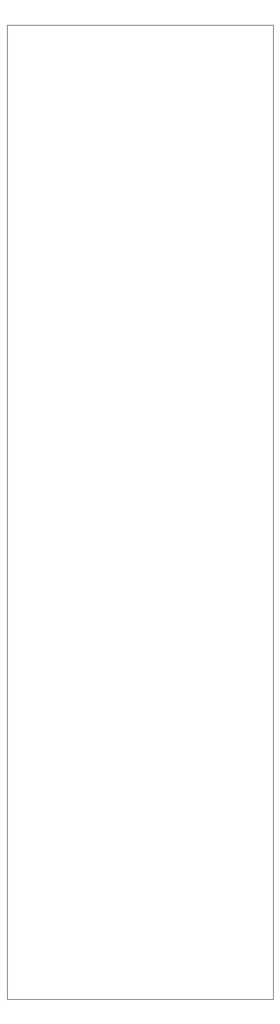
<source format=gm1>
G04 #@! TF.GenerationSoftware,KiCad,Pcbnew,(2016-12-20 revision 2972f6f)-master*
G04 #@! TF.CreationDate,2020-07-05T08:57:13+03:00*
G04 #@! TF.ProjectId,DIYOUT4C,4449594F555434432E6B696361645F70,rev?*
G04 #@! TF.FileFunction,Profile,NP*
%FSLAX46Y46*%
G04 Gerber Fmt 4.6, Leading zero omitted, Abs format (unit mm)*
G04 Created by KiCad (PCBNEW (2016-12-20 revision 2972f6f)-master) date Sun Jul  5 08:57:13 2020*
%MOMM*%
%LPD*%
G01*
G04 APERTURE LIST*
%ADD10C,0.100000*%
G04 APERTURE END LIST*
D10*
X29000000Y106000000D02*
X0Y106000000D01*
X29000000Y0D02*
X29000000Y106000000D01*
X0Y0D02*
X29000000Y0D01*
X0Y106000000D02*
X0Y0D01*
M02*

</source>
